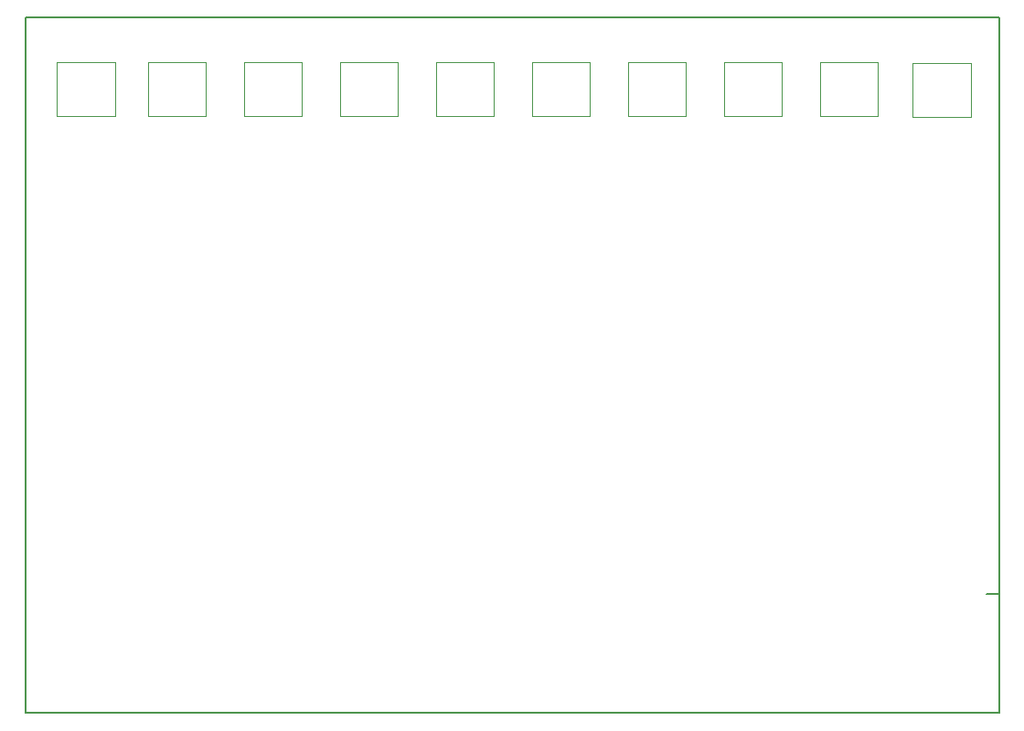
<source format=gbr>
G04 #@! TF.GenerationSoftware,KiCad,Pcbnew,5.1.2*
G04 #@! TF.CreationDate,2019-05-26T21:34:20-05:00*
G04 #@! TF.ProjectId,badge,62616467-652e-46b6-9963-61645f706362,rev?*
G04 #@! TF.SameCoordinates,Original*
G04 #@! TF.FileFunction,Profile,NP*
%FSLAX46Y46*%
G04 Gerber Fmt 4.6, Leading zero omitted, Abs format (unit mm)*
G04 Created by KiCad (PCBNEW 5.1.2) date 2019-05-26 21:34:20*
%MOMM*%
%LPD*%
G04 APERTURE LIST*
%ADD10C,0.150000*%
%ADD11C,0.100000*%
G04 APERTURE END LIST*
D10*
X171520000Y-153197000D02*
X81320000Y-153197000D01*
X171520000Y-142197000D02*
X171520000Y-153197000D01*
X81320000Y-142147000D02*
X81320000Y-153147000D01*
X171520000Y-88797000D02*
X171520000Y-142197000D01*
X170320000Y-142197000D02*
X171520000Y-142197000D01*
X81320000Y-88797000D02*
X171520000Y-88797000D01*
X81320000Y-142197000D02*
X81320000Y-88797000D01*
D11*
X84270000Y-97928576D02*
X89670000Y-97928576D01*
X89670000Y-92928576D02*
X84270000Y-92928576D01*
X84270000Y-92928576D02*
X84270000Y-97928576D01*
X89670000Y-97928576D02*
X89670000Y-92928576D01*
X101565000Y-97925576D02*
X106965000Y-97925576D01*
X106965000Y-92925576D02*
X101565000Y-92925576D01*
X101565000Y-92925576D02*
X101565000Y-97925576D01*
X106965000Y-97925576D02*
X106965000Y-92925576D01*
X154905000Y-97925576D02*
X160305000Y-97925576D01*
X160305000Y-92925576D02*
X154905000Y-92925576D01*
X154905000Y-92925576D02*
X154905000Y-97925576D01*
X160305000Y-97925576D02*
X160305000Y-92925576D01*
X163495000Y-97953576D02*
X168895000Y-97953576D01*
X168895000Y-92953576D02*
X163495000Y-92953576D01*
X163495000Y-92953576D02*
X163495000Y-97953576D01*
X168895000Y-97953576D02*
X168895000Y-92953576D01*
X146015000Y-97925576D02*
X151415000Y-97925576D01*
X151415000Y-92925576D02*
X146015000Y-92925576D01*
X146015000Y-92925576D02*
X146015000Y-97925576D01*
X151415000Y-97925576D02*
X151415000Y-92925576D01*
X137125000Y-97925576D02*
X142525000Y-97925576D01*
X142525000Y-92925576D02*
X137125000Y-92925576D01*
X137125000Y-92925576D02*
X137125000Y-97925576D01*
X142525000Y-97925576D02*
X142525000Y-92925576D01*
X128235000Y-97925576D02*
X133635000Y-97925576D01*
X133635000Y-92925576D02*
X128235000Y-92925576D01*
X128235000Y-92925576D02*
X128235000Y-97925576D01*
X133635000Y-97925576D02*
X133635000Y-92925576D01*
X119345000Y-97925576D02*
X124745000Y-97925576D01*
X124745000Y-92925576D02*
X119345000Y-92925576D01*
X119345000Y-92925576D02*
X119345000Y-97925576D01*
X124745000Y-97925576D02*
X124745000Y-92925576D01*
X110455000Y-97925576D02*
X115855000Y-97925576D01*
X115855000Y-92925576D02*
X110455000Y-92925576D01*
X110455000Y-92925576D02*
X110455000Y-97925576D01*
X115855000Y-97925576D02*
X115855000Y-92925576D01*
X92675000Y-97925576D02*
X98075000Y-97925576D01*
X98075000Y-92925576D02*
X92675000Y-92925576D01*
X92675000Y-92925576D02*
X92675000Y-97925576D01*
X98075000Y-97925576D02*
X98075000Y-92925576D01*
M02*

</source>
